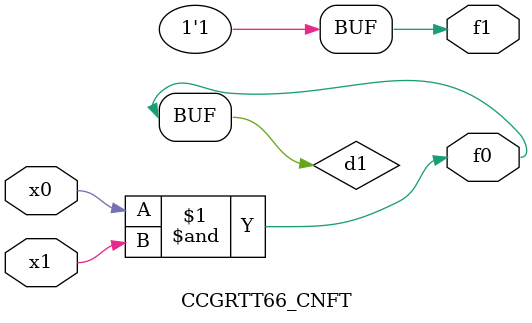
<source format=v>
module CCGRTT66_CNFT(
	input x0, x1,
	output f0, f1
);

	wire d1;

	assign f0 = d1;
	and (d1, x0, x1);
	assign f1 = 1'b1;
endmodule

</source>
